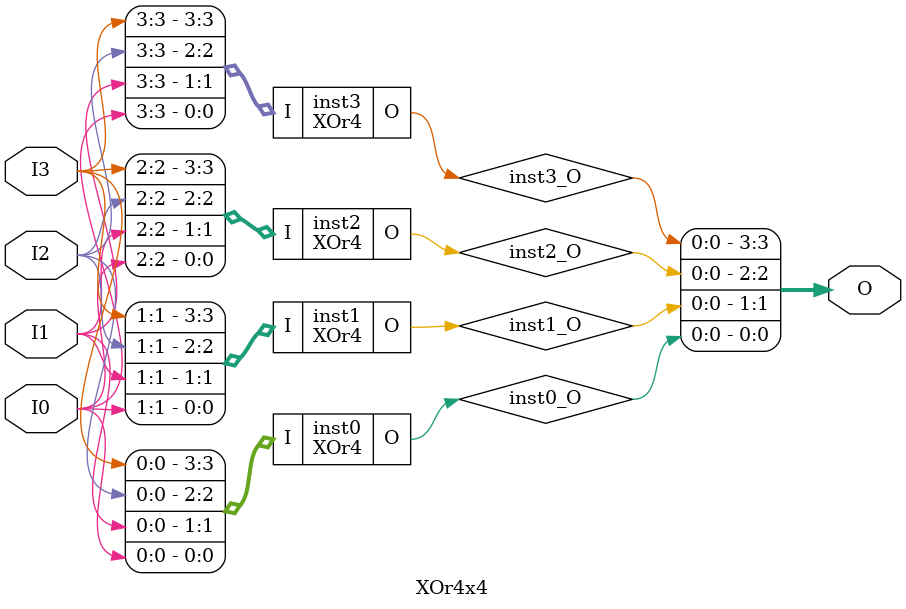
<source format=v>
module XOr4 (input [3:0] I, output  O);
wire  inst0_O;
LUT4 #(.INIT(16'h6996)) inst0 (.I0(I[0]), .I1(I[1]), .I2(I[2]), .I3(I[3]), .O(inst0_O));
assign O = inst0_O;
endmodule

module XOr4x4 (input [3:0] I0, input [3:0] I1, input [3:0] I2, input [3:0] I3, output [3:0] O);
wire  inst0_O;
wire  inst1_O;
wire  inst2_O;
wire  inst3_O;
XOr4 inst0 (.I({I3[0],I2[0],I1[0],I0[0]}), .O(inst0_O));
XOr4 inst1 (.I({I3[1],I2[1],I1[1],I0[1]}), .O(inst1_O));
XOr4 inst2 (.I({I3[2],I2[2],I1[2],I0[2]}), .O(inst2_O));
XOr4 inst3 (.I({I3[3],I2[3],I1[3],I0[3]}), .O(inst3_O));
assign O = {inst3_O,inst2_O,inst1_O,inst0_O};
endmodule


</source>
